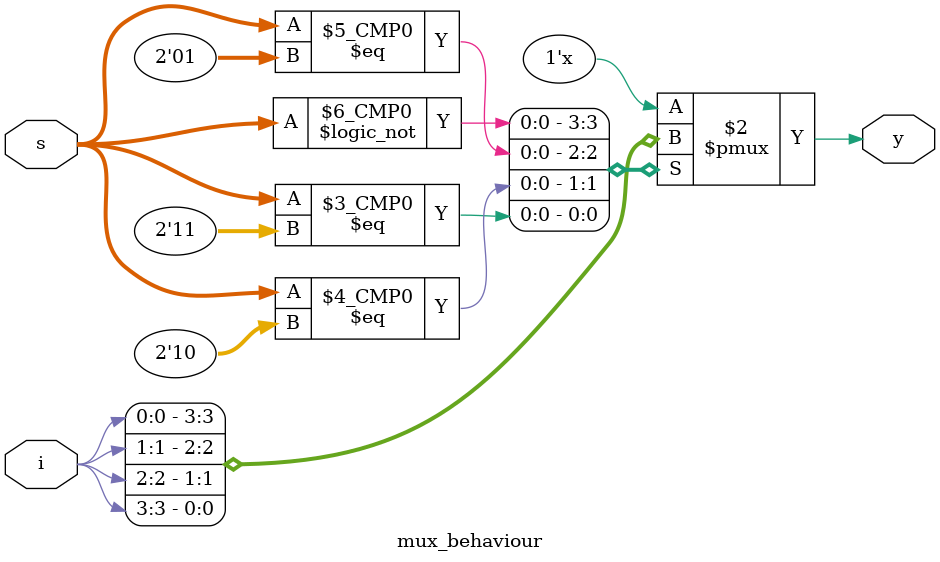
<source format=v>
`timescale 1ns / 1ps


module mux_behaviour(i,s,y );
 input [3:0]i;
input [1:0]s;
output reg y;
always@(i,s)
begin
case(s)
 2'd0:y=i[0];
 2'd1:y=i[1];
 2'd2:y=i[2];
2'd3:y=i[3];
default :y=1'b0;
endcase end
endmodule 
</source>
